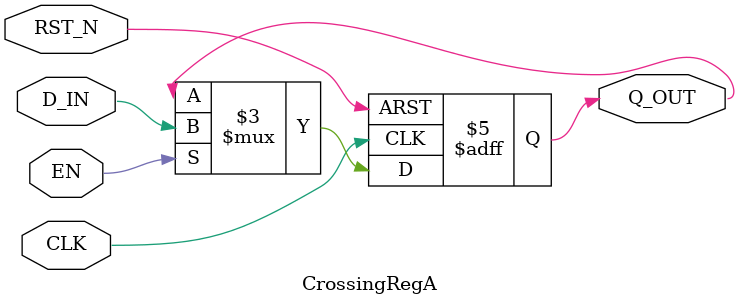
<source format=v>


// Permission is hereby granted, free of charge, to any person obtaining a copy
// of this software and associated documentation files (the "Software"), to deal
// in the Software without restriction, including without limitation the rights
// to use, copy, modify, merge, publish, distribute, sublicense, and/or sell
// copies of the Software, and to permit persons to whom the Software is
// furnished to do so, subject to the following conditions:

// The above copyright notice and this permission notice shall be included in
// all copies or substantial portions of the Software.

// THE SOFTWARE IS PROVIDED "AS IS", WITHOUT WARRANTY OF ANY KIND, EXPRESS OR
// IMPLIED, INCLUDING BUT NOT LIMITED TO THE WARRANTIES OF MERCHANTABILITY,
// FITNESS FOR A PARTICULAR PURPOSE AND NONINFRINGEMENT. IN NO EVENT SHALL THE
// AUTHORS OR COPYRIGHT HOLDERS BE LIABLE FOR ANY CLAIM, DAMAGES OR OTHER
// LIABILITY, WHETHER IN AN ACTION OF CONTRACT, TORT OR OTHERWISE, ARISING FROM,
// OUT OF OR IN CONNECTION WITH THE SOFTWARE OR THE USE OR OTHER DEALINGS IN
// THE SOFTWARE.
//
// $Revision: 17872 $
// $Date: 2009-09-18 10:32:56 -0400 (Fri, 18 Sep 2009) $

`ifdef BSV_ASSIGNMENT_DELAY
`else
`define BSV_ASSIGNMENT_DELAY
`endif

// Standard register with asynchronous reset
module CrossingRegA(CLK, RST_N, Q_OUT, D_IN, EN);

   parameter width = 1;
   parameter init = { width {1'b0}} ;

   input     CLK;
   input     RST_N;
   input     EN;
   input [width - 1 : 0] D_IN;
   output [width - 1 : 0] Q_OUT;

   reg [width - 1 : 0]    Q_OUT;

   always@(posedge CLK or negedge RST_N) begin
      if (RST_N == 0)
        Q_OUT <= `BSV_ASSIGNMENT_DELAY init;
      else
        begin
           if (EN)
             Q_OUT <= `BSV_ASSIGNMENT_DELAY D_IN;
        end 
   end // always@ (posedge CLK or negedge RST_N)
   

`ifdef BSV_NO_INITIAL_BLOCKS
`else // not BSV_NO_INITIAL_BLOCKS
   // synopsys translate_off
   initial begin
      Q_OUT = {((width + 1)/2){2'b10}} ;
   end
   // synopsys translate_on
`endif // BSV_NO_INITIAL_BLOCKS

endmodule


</source>
